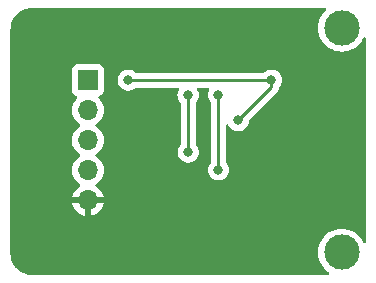
<source format=gbr>
%TF.GenerationSoftware,KiCad,Pcbnew,7.0.2*%
%TF.CreationDate,2023-08-30T08:46:49+02:00*%
%TF.ProjectId,LightSensor,4c696768-7453-4656-9e73-6f722e6b6963,rev?*%
%TF.SameCoordinates,Original*%
%TF.FileFunction,Copper,L2,Bot*%
%TF.FilePolarity,Positive*%
%FSLAX46Y46*%
G04 Gerber Fmt 4.6, Leading zero omitted, Abs format (unit mm)*
G04 Created by KiCad (PCBNEW 7.0.2) date 2023-08-30 08:46:49*
%MOMM*%
%LPD*%
G01*
G04 APERTURE LIST*
%TA.AperFunction,ComponentPad*%
%ADD10R,1.700000X1.700000*%
%TD*%
%TA.AperFunction,ComponentPad*%
%ADD11O,1.700000X1.700000*%
%TD*%
%TA.AperFunction,ViaPad*%
%ADD12C,0.800000*%
%TD*%
%TA.AperFunction,ViaPad*%
%ADD13C,3.000000*%
%TD*%
%TA.AperFunction,Conductor*%
%ADD14C,0.250000*%
%TD*%
G04 APERTURE END LIST*
D10*
%TO.P,J1,1,Pin_1*%
%TO.N,/SDA*%
X213500000Y-108020000D03*
D11*
%TO.P,J1,2,Pin_2*%
%TO.N,/SCL*%
X213500000Y-110560000D03*
%TO.P,J1,3,Pin_3*%
%TO.N,/ALERT*%
X213500000Y-113100000D03*
%TO.P,J1,4,Pin_4*%
%TO.N,/+3.3V*%
X213500000Y-115640000D03*
%TO.P,J1,5,Pin_5*%
%TO.N,GND*%
X213500000Y-118180000D03*
%TD*%
D12*
%TO.N,GND*%
X227675000Y-111950000D03*
X227825000Y-114612500D03*
X223075000Y-112725000D03*
%TO.N,/ALERT*%
X221994651Y-109275000D03*
%TO.N,/+3.3V*%
X224550000Y-109275000D03*
X224564188Y-115617073D03*
%TO.N,/ALERT*%
X222000000Y-114100000D03*
%TO.N,/SDA*%
X226235412Y-111425031D03*
X229050000Y-108025000D03*
X216925000Y-108025000D03*
D13*
%TO.N,*%
X235000000Y-122600000D03*
X235000000Y-103600000D03*
%TD*%
D14*
%TO.N,/+3.3V*%
X224550000Y-115602885D02*
X224564188Y-115617073D01*
X224550000Y-109275000D02*
X224550000Y-115602885D01*
%TO.N,/ALERT*%
X221994651Y-109275000D02*
X221994651Y-114094651D01*
X221994651Y-114094651D02*
X222000000Y-114100000D01*
%TO.N,/SDA*%
X226249969Y-111425031D02*
X226235412Y-111425031D01*
X229050000Y-108025000D02*
X229050000Y-108625000D01*
X229050000Y-108625000D02*
X226249969Y-111425031D01*
X229050000Y-108025000D02*
X216925000Y-108025000D01*
%TD*%
%TA.AperFunction,Conductor*%
%TO.N,GND*%
G36*
X233638043Y-101920185D02*
G01*
X233683798Y-101972989D01*
X233693742Y-102042147D01*
X233664717Y-102105703D01*
X233658685Y-102112181D01*
X233484263Y-102286602D01*
X233312772Y-102515686D01*
X233175634Y-102766836D01*
X233075629Y-103034958D01*
X233014804Y-103314570D01*
X232994389Y-103600000D01*
X233014804Y-103885429D01*
X233075629Y-104165041D01*
X233175634Y-104433163D01*
X233312772Y-104684313D01*
X233398517Y-104798854D01*
X233484261Y-104913395D01*
X233686605Y-105115739D01*
X233858415Y-105244354D01*
X233915686Y-105287227D01*
X234055435Y-105363535D01*
X234166839Y-105424367D01*
X234434954Y-105524369D01*
X234434957Y-105524369D01*
X234434958Y-105524370D01*
X234487217Y-105535738D01*
X234714572Y-105585196D01*
X235000000Y-105605610D01*
X235285428Y-105585196D01*
X235565046Y-105524369D01*
X235833161Y-105424367D01*
X236084315Y-105287226D01*
X236313395Y-105115739D01*
X236515739Y-104913395D01*
X236687226Y-104684315D01*
X236816669Y-104447257D01*
X236866073Y-104397854D01*
X236934346Y-104383002D01*
X236999810Y-104407419D01*
X237041682Y-104463352D01*
X237049500Y-104506686D01*
X237049500Y-121693313D01*
X237029815Y-121760352D01*
X236977011Y-121806107D01*
X236907853Y-121816051D01*
X236844297Y-121787026D01*
X236816668Y-121752740D01*
X236784218Y-121693313D01*
X236687226Y-121515685D01*
X236515739Y-121286605D01*
X236313395Y-121084261D01*
X236198854Y-120998517D01*
X236084313Y-120912772D01*
X235833163Y-120775634D01*
X235833162Y-120775633D01*
X235833161Y-120775633D01*
X235565046Y-120675631D01*
X235565041Y-120675629D01*
X235285429Y-120614804D01*
X235000000Y-120594389D01*
X234714570Y-120614804D01*
X234434958Y-120675629D01*
X234166836Y-120775634D01*
X233915686Y-120912772D01*
X233686602Y-121084263D01*
X233484263Y-121286602D01*
X233312772Y-121515686D01*
X233175634Y-121766836D01*
X233075629Y-122034958D01*
X233014804Y-122314570D01*
X232994389Y-122600000D01*
X233014804Y-122885429D01*
X233075629Y-123165041D01*
X233175634Y-123433163D01*
X233312772Y-123684313D01*
X233390922Y-123788708D01*
X233484261Y-123913395D01*
X233686605Y-124115739D01*
X233871163Y-124253897D01*
X233901000Y-124276233D01*
X233942871Y-124332167D01*
X233947855Y-124401858D01*
X233914370Y-124463181D01*
X233853047Y-124496666D01*
X233826689Y-124499500D01*
X208754067Y-124499500D01*
X208745957Y-124499235D01*
X208523221Y-124484636D01*
X208507140Y-124482518D01*
X208292228Y-124439769D01*
X208276561Y-124435571D01*
X208069057Y-124365133D01*
X208054071Y-124358926D01*
X207857539Y-124262007D01*
X207843492Y-124253897D01*
X207661291Y-124132154D01*
X207648423Y-124122280D01*
X207640964Y-124115739D01*
X207483671Y-123977797D01*
X207472202Y-123966328D01*
X207419730Y-123906495D01*
X207327716Y-123801573D01*
X207317845Y-123788708D01*
X207248090Y-123684313D01*
X207196102Y-123606507D01*
X207187992Y-123592460D01*
X207185196Y-123586791D01*
X207091070Y-123395921D01*
X207084866Y-123380942D01*
X207014428Y-123173438D01*
X207010230Y-123157771D01*
X206998217Y-123097376D01*
X206967479Y-122942848D01*
X206965364Y-122926790D01*
X206950765Y-122704043D01*
X206950500Y-122695933D01*
X206950500Y-115640000D01*
X212144340Y-115640000D01*
X212164936Y-115875407D01*
X212194397Y-115985357D01*
X212226097Y-116103663D01*
X212325965Y-116317830D01*
X212461505Y-116511401D01*
X212628599Y-116678495D01*
X212814596Y-116808732D01*
X212858219Y-116863307D01*
X212865412Y-116932806D01*
X212833890Y-116995160D01*
X212814595Y-117011880D01*
X212628919Y-117141892D01*
X212461890Y-117308921D01*
X212326400Y-117502421D01*
X212226569Y-117716507D01*
X212169364Y-117929999D01*
X212169364Y-117930000D01*
X213066314Y-117930000D01*
X213040507Y-117970156D01*
X213000000Y-118108111D01*
X213000000Y-118251889D01*
X213040507Y-118389844D01*
X213066314Y-118430000D01*
X212169364Y-118430000D01*
X212226569Y-118643492D01*
X212326399Y-118857576D01*
X212461893Y-119051081D01*
X212628918Y-119218106D01*
X212822423Y-119353600D01*
X213036509Y-119453430D01*
X213250000Y-119510634D01*
X213250000Y-118615501D01*
X213357685Y-118664680D01*
X213464237Y-118680000D01*
X213535763Y-118680000D01*
X213642315Y-118664680D01*
X213749999Y-118615501D01*
X213749999Y-119510633D01*
X213963491Y-119453430D01*
X214177576Y-119353600D01*
X214371081Y-119218106D01*
X214538106Y-119051081D01*
X214673600Y-118857576D01*
X214773430Y-118643492D01*
X214830636Y-118430000D01*
X213933686Y-118430000D01*
X213959493Y-118389844D01*
X214000000Y-118251889D01*
X214000000Y-118108111D01*
X213959493Y-117970156D01*
X213933686Y-117930000D01*
X214830636Y-117930000D01*
X214830635Y-117929999D01*
X214773430Y-117716507D01*
X214673599Y-117502421D01*
X214538109Y-117308921D01*
X214371081Y-117141893D01*
X214185404Y-117011880D01*
X214141780Y-116957303D01*
X214134587Y-116887804D01*
X214166109Y-116825450D01*
X214185399Y-116808734D01*
X214371401Y-116678495D01*
X214538495Y-116511401D01*
X214674035Y-116317830D01*
X214773903Y-116103663D01*
X214835063Y-115875408D01*
X214855659Y-115640000D01*
X214835063Y-115404592D01*
X214773903Y-115176337D01*
X214674035Y-114962171D01*
X214538495Y-114768599D01*
X214371401Y-114601505D01*
X214185839Y-114471573D01*
X214142216Y-114416998D01*
X214135022Y-114347500D01*
X214166545Y-114285145D01*
X214185837Y-114268428D01*
X214371401Y-114138495D01*
X214538495Y-113971401D01*
X214674035Y-113777830D01*
X214773903Y-113563663D01*
X214835063Y-113335408D01*
X214855659Y-113100000D01*
X214835063Y-112864592D01*
X214773903Y-112636337D01*
X214674035Y-112422171D01*
X214538495Y-112228599D01*
X214371401Y-112061505D01*
X214185839Y-111931573D01*
X214142215Y-111876997D01*
X214135023Y-111807498D01*
X214166545Y-111745144D01*
X214185831Y-111728432D01*
X214371401Y-111598495D01*
X214538495Y-111431401D01*
X214674035Y-111237830D01*
X214773903Y-111023663D01*
X214835063Y-110795408D01*
X214855659Y-110560000D01*
X214835063Y-110324592D01*
X214773903Y-110096337D01*
X214674035Y-109882171D01*
X214538495Y-109688599D01*
X214416569Y-109566673D01*
X214383084Y-109505350D01*
X214388068Y-109435658D01*
X214429940Y-109379725D01*
X214460915Y-109362810D01*
X214592331Y-109313796D01*
X214707546Y-109227546D01*
X214793796Y-109112331D01*
X214844091Y-108977483D01*
X214850500Y-108917873D01*
X214850500Y-108025000D01*
X216019540Y-108025000D01*
X216039326Y-108213257D01*
X216097820Y-108393284D01*
X216192466Y-108557216D01*
X216319129Y-108697889D01*
X216472269Y-108809151D01*
X216645197Y-108886144D01*
X216830352Y-108925500D01*
X216830354Y-108925500D01*
X217019648Y-108925500D01*
X217161435Y-108895362D01*
X217204803Y-108886144D01*
X217377730Y-108809151D01*
X217530871Y-108697888D01*
X217536598Y-108691527D01*
X217596084Y-108654879D01*
X217628747Y-108650500D01*
X221100624Y-108650500D01*
X221167663Y-108670185D01*
X221213418Y-108722989D01*
X221223362Y-108792147D01*
X221208011Y-108836500D01*
X221167471Y-108906715D01*
X221108977Y-109086742D01*
X221089191Y-109275000D01*
X221108977Y-109463257D01*
X221167471Y-109643284D01*
X221262115Y-109807213D01*
X221262118Y-109807216D01*
X221329608Y-109882171D01*
X221337301Y-109890714D01*
X221367531Y-109953706D01*
X221369151Y-109973687D01*
X221369151Y-113407252D01*
X221349466Y-113474291D01*
X221337301Y-113490224D01*
X221267466Y-113567783D01*
X221172820Y-113731715D01*
X221114326Y-113911742D01*
X221094540Y-114099999D01*
X221094540Y-114100000D01*
X221098586Y-114138494D01*
X221114326Y-114288257D01*
X221172820Y-114468284D01*
X221267466Y-114632216D01*
X221394129Y-114772889D01*
X221547269Y-114884151D01*
X221720197Y-114961144D01*
X221905352Y-115000500D01*
X221905354Y-115000500D01*
X222094648Y-115000500D01*
X222218083Y-114974262D01*
X222279803Y-114961144D01*
X222452730Y-114884151D01*
X222605871Y-114772888D01*
X222732533Y-114632216D01*
X222827179Y-114468284D01*
X222885674Y-114288256D01*
X222905460Y-114100000D01*
X222885674Y-113911744D01*
X222855332Y-113818363D01*
X222827179Y-113731715D01*
X222732533Y-113567783D01*
X222652001Y-113478343D01*
X222621771Y-113415351D01*
X222620151Y-113395371D01*
X222620151Y-109973687D01*
X222639836Y-109906648D01*
X222652001Y-109890714D01*
X222727184Y-109807216D01*
X222821830Y-109643284D01*
X222880325Y-109463256D01*
X222900111Y-109275000D01*
X222880325Y-109086744D01*
X222844824Y-108977483D01*
X222821830Y-108906715D01*
X222781291Y-108836500D01*
X222764818Y-108768600D01*
X222787670Y-108702573D01*
X222842592Y-108659382D01*
X222888678Y-108650500D01*
X223655973Y-108650500D01*
X223723012Y-108670185D01*
X223768767Y-108722989D01*
X223778711Y-108792147D01*
X223763360Y-108836500D01*
X223722820Y-108906715D01*
X223664326Y-109086742D01*
X223644540Y-109275000D01*
X223664326Y-109463257D01*
X223722820Y-109643284D01*
X223817464Y-109807213D01*
X223817467Y-109807216D01*
X223884957Y-109882171D01*
X223892650Y-109890714D01*
X223922880Y-109953706D01*
X223924500Y-109973687D01*
X223924500Y-114934142D01*
X223904815Y-115001181D01*
X223892650Y-115017114D01*
X223831654Y-115084856D01*
X223737008Y-115248788D01*
X223678514Y-115428815D01*
X223658728Y-115617073D01*
X223678514Y-115805330D01*
X223737008Y-115985357D01*
X223831654Y-116149289D01*
X223958317Y-116289962D01*
X224111457Y-116401224D01*
X224284385Y-116478217D01*
X224469540Y-116517573D01*
X224469542Y-116517573D01*
X224658836Y-116517573D01*
X224782272Y-116491335D01*
X224843991Y-116478217D01*
X225016918Y-116401224D01*
X225016917Y-116401223D01*
X225170058Y-116289962D01*
X225296721Y-116149289D01*
X225391367Y-115985357D01*
X225391366Y-115985356D01*
X225449862Y-115805329D01*
X225469648Y-115617073D01*
X225449862Y-115428817D01*
X225391367Y-115248789D01*
X225391367Y-115248788D01*
X225296721Y-115084856D01*
X225207350Y-114985599D01*
X225177120Y-114922607D01*
X225175500Y-114902627D01*
X225175500Y-111852984D01*
X225195185Y-111785945D01*
X225247989Y-111740190D01*
X225317147Y-111730246D01*
X225380703Y-111759271D01*
X225406887Y-111790984D01*
X225502878Y-111957247D01*
X225629541Y-112097920D01*
X225782681Y-112209182D01*
X225955609Y-112286175D01*
X226140764Y-112325531D01*
X226140766Y-112325531D01*
X226330060Y-112325531D01*
X226453496Y-112299293D01*
X226515215Y-112286175D01*
X226688142Y-112209182D01*
X226841283Y-112097919D01*
X226967945Y-111957247D01*
X227062591Y-111793315D01*
X227121086Y-111613287D01*
X227137024Y-111461642D01*
X227163607Y-111397030D01*
X227172654Y-111386934D01*
X229433789Y-109125800D01*
X229449885Y-109112906D01*
X229451873Y-109110787D01*
X229451877Y-109110786D01*
X229497949Y-109061723D01*
X229500534Y-109059055D01*
X229520120Y-109039471D01*
X229522585Y-109036292D01*
X229530167Y-109027416D01*
X229560062Y-108995582D01*
X229569712Y-108978027D01*
X229580400Y-108961757D01*
X229592671Y-108945938D01*
X229592673Y-108945936D01*
X229610026Y-108905832D01*
X229615157Y-108895362D01*
X229620225Y-108886144D01*
X229636197Y-108857092D01*
X229641175Y-108837699D01*
X229647481Y-108819282D01*
X229651865Y-108809151D01*
X229655438Y-108800896D01*
X229662272Y-108757745D01*
X229664635Y-108746331D01*
X229675500Y-108704019D01*
X229675499Y-108704017D01*
X229677959Y-108694441D01*
X229705912Y-108642310D01*
X229782533Y-108557216D01*
X229877179Y-108393284D01*
X229935674Y-108213256D01*
X229955460Y-108025000D01*
X229935674Y-107836744D01*
X229877179Y-107656716D01*
X229877179Y-107656715D01*
X229782533Y-107492783D01*
X229655870Y-107352110D01*
X229502730Y-107240848D01*
X229329802Y-107163855D01*
X229144648Y-107124500D01*
X229144646Y-107124500D01*
X228955354Y-107124500D01*
X228955352Y-107124500D01*
X228770197Y-107163855D01*
X228597272Y-107240847D01*
X228495175Y-107315024D01*
X228444129Y-107352112D01*
X228438401Y-107358472D01*
X228378916Y-107395121D01*
X228346253Y-107399500D01*
X217628747Y-107399500D01*
X217561708Y-107379815D01*
X217536599Y-107358473D01*
X217530871Y-107352112D01*
X217377730Y-107240849D01*
X217377729Y-107240848D01*
X217377727Y-107240847D01*
X217204802Y-107163855D01*
X217019648Y-107124500D01*
X217019646Y-107124500D01*
X216830354Y-107124500D01*
X216830352Y-107124500D01*
X216645197Y-107163855D01*
X216472269Y-107240848D01*
X216319129Y-107352110D01*
X216192466Y-107492783D01*
X216097820Y-107656715D01*
X216039326Y-107836742D01*
X216019540Y-108025000D01*
X214850500Y-108025000D01*
X214850499Y-107122128D01*
X214844091Y-107062517D01*
X214793796Y-106927669D01*
X214707546Y-106812454D01*
X214592331Y-106726204D01*
X214457483Y-106675909D01*
X214397873Y-106669500D01*
X214394550Y-106669500D01*
X212605439Y-106669500D01*
X212605420Y-106669500D01*
X212602128Y-106669501D01*
X212598848Y-106669853D01*
X212598840Y-106669854D01*
X212542515Y-106675909D01*
X212407669Y-106726204D01*
X212292454Y-106812454D01*
X212206204Y-106927668D01*
X212155910Y-107062515D01*
X212155909Y-107062517D01*
X212149500Y-107122127D01*
X212149500Y-107125448D01*
X212149500Y-107125449D01*
X212149500Y-108914560D01*
X212149500Y-108914578D01*
X212149501Y-108917872D01*
X212149853Y-108921152D01*
X212149854Y-108921159D01*
X212155909Y-108977484D01*
X212162659Y-108995581D01*
X212206204Y-109112331D01*
X212292454Y-109227546D01*
X212407669Y-109313796D01*
X212519907Y-109355658D01*
X212539082Y-109362810D01*
X212595016Y-109404681D01*
X212619433Y-109470146D01*
X212604581Y-109538419D01*
X212583431Y-109566673D01*
X212461503Y-109688601D01*
X212325965Y-109882170D01*
X212226097Y-110096336D01*
X212164936Y-110324592D01*
X212144340Y-110559999D01*
X212164936Y-110795407D01*
X212191037Y-110892815D01*
X212226097Y-111023663D01*
X212325965Y-111237830D01*
X212461505Y-111431401D01*
X212628599Y-111598495D01*
X212814160Y-111728426D01*
X212857783Y-111783002D01*
X212864976Y-111852501D01*
X212833454Y-111914855D01*
X212814159Y-111931575D01*
X212628595Y-112061508D01*
X212461505Y-112228598D01*
X212325965Y-112422170D01*
X212226097Y-112636336D01*
X212164936Y-112864592D01*
X212144340Y-113100000D01*
X212164936Y-113335407D01*
X212202150Y-113474291D01*
X212226097Y-113563663D01*
X212325965Y-113777830D01*
X212461505Y-113971401D01*
X212628599Y-114138495D01*
X212814160Y-114268426D01*
X212857783Y-114323002D01*
X212864976Y-114392501D01*
X212833454Y-114454855D01*
X212814159Y-114471575D01*
X212628595Y-114601508D01*
X212461505Y-114768598D01*
X212325965Y-114962170D01*
X212226097Y-115176336D01*
X212164936Y-115404592D01*
X212144340Y-115640000D01*
X206950500Y-115640000D01*
X206950500Y-103704066D01*
X206950765Y-103695956D01*
X206959224Y-103566894D01*
X206965364Y-103473207D01*
X206967479Y-103457153D01*
X207010230Y-103242226D01*
X207014428Y-103226561D01*
X207076349Y-103044148D01*
X207084868Y-103019049D01*
X207091067Y-103004083D01*
X207187995Y-102807533D01*
X207196098Y-102793498D01*
X207317853Y-102611279D01*
X207327710Y-102598433D01*
X207472207Y-102433665D01*
X207483665Y-102422207D01*
X207648433Y-102277710D01*
X207661279Y-102267853D01*
X207843498Y-102146098D01*
X207857533Y-102137995D01*
X208054083Y-102041067D01*
X208069049Y-102034868D01*
X208275945Y-101964637D01*
X208276561Y-101964428D01*
X208292228Y-101960230D01*
X208507153Y-101917479D01*
X208523209Y-101915364D01*
X208728058Y-101901938D01*
X208745958Y-101900765D01*
X208754067Y-101900500D01*
X208789882Y-101900500D01*
X233571004Y-101900500D01*
X233638043Y-101920185D01*
G37*
%TD.AperFunction*%
%TD*%
M02*

</source>
